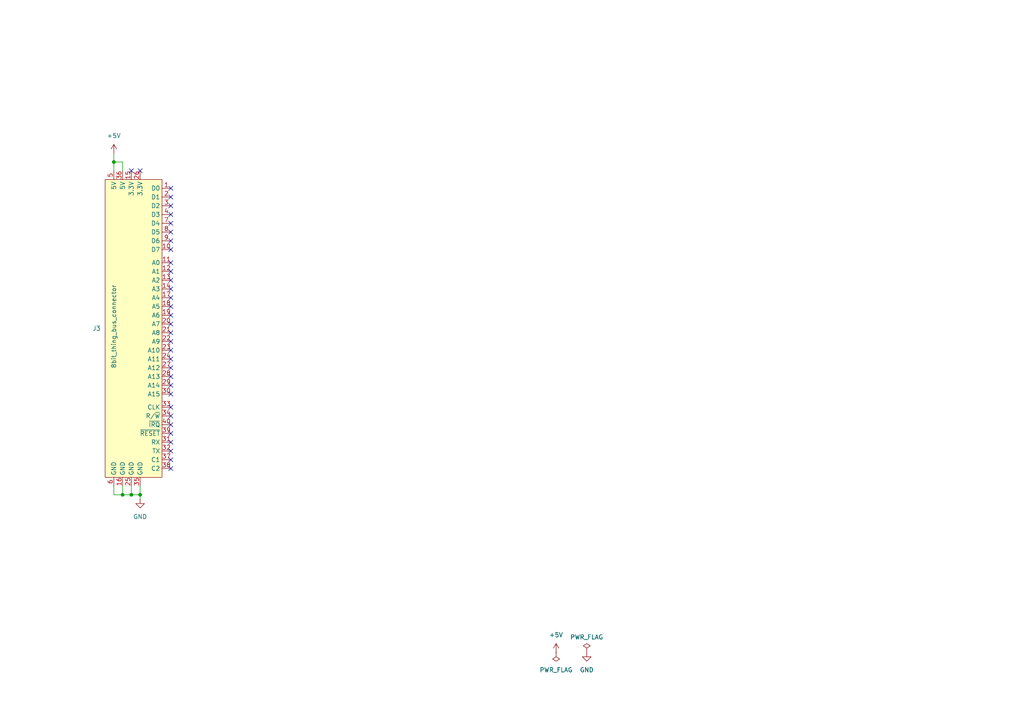
<source format=kicad_sch>
(kicad_sch (version 20250114) (generator "eeschema") (generator_version "9.0")
  (paper "A4")
  (title_block (rev "1"))
  (lib_symbols
    (symbol "+5V_1" (power) (pin_numbers (hide yes)) (pin_names (offset 0) (hide yes))
      (property "Value" "+5V" (at 0 3.556 0))
      (symbol "+5V_1_0_1"
        (polyline (pts (xy -0.762 1.27) (xy 0 2.54)))
        (polyline (pts (xy 0 2.54) (xy 0.762 1.27)))
        (polyline (pts (xy 0 0) (xy 0 2.54)))
      )
      (symbol "+5V_1_1_1"
        (pin power_in line (at 0 0 90) (length 0) (name "~") (number "1"))
      )
    )
    (symbol "GND_1" (power) (pin_numbers (hide yes)) (pin_names (offset 0) (hide yes))
      (property "Value" "GND" (at 0 -3.81 0))
      (symbol "GND_1_0_1"
        (polyline (pts (xy 0 0) (xy 0 -1.27) (xy 1.27 -1.27) (xy 0 -2.54) (xy -1.27 -1.27) (xy 0 -1.27)))
      )
      (symbol "GND_1_1_1"
        (pin power_in line (at 0 0 270) (length 0) (name "~") (number "1"))
      )
    )
    (symbol "own_symbols:8bit_thing_bus_connector"
      (property "Reference" "J" (at 3.81 48.26 0))
      (property "Value" "8bit_thing_bus_connector" (at 15.24 50.8 0))
      (symbol "8bit_thing_bus_connector_0_0"
        (pin bidirectional line (at 10.16 19.05 180) (length 2.54) (name "A0") (number "11"))
        (pin bidirectional line (at 10.16 3.81 180) (length 2.54) (name "A6") (number "19"))
        (pin bidirectional line (at 10.16 -19.05 180) (length 2.54) (name "A15") (number "30"))
        (pin bidirectional line (at 10.16 -22.86 180) (length 2.54) (name "CLK") (number "33"))
        (pin bidirectional line (at 10.16 -25.4 180) (length 2.54) (name "R/~{W}") (number "34"))
        (pin bidirectional line (at 10.16 -27.94 180) (length 2.54) (name "~{IRQ}") (number "40"))
        (pin bidirectional line (at 10.16 -30.48 180) (length 2.54) (name "~{RESET}") (number "39"))
        (pin bidirectional line (at 10.16 -33.02 180) (length 2.54) (name "RX") (number "31"))
        (pin bidirectional line (at 10.16 -35.56 180) (length 2.54) (name "TX") (number "32"))
        (pin bidirectional line (at 10.16 -38.1 180) (length 2.54) (name "C1") (number "37"))
        (pin bidirectional line (at 10.16 -40.64 180) (length 2.54) (name "C2") (number "38"))
      )
      (symbol "8bit_thing_bus_connector_0_1"
        (rectangle (start -8.89 43.18) (end 7.62 -43.18) (fill (type background)))
      )
      (symbol "8bit_thing_bus_connector_1_1"
        (pin power_in line (at -6.35 45.72 270) (length 2.54) (name "5V") (number "5"))
        (pin power_in line (at -6.35 -45.72 90) (length 2.54) (name "GND") (number "6"))
        (pin power_in line (at -3.81 45.72 270) (length 2.54) (name "5V") (number "36"))
        (pin power_in line (at -3.81 -45.72 90) (length 2.54) (name "GND") (number "16"))
        (pin power_in line (at -1.27 45.72 270) (length 2.54) (name "3.3V") (number "15"))
        (pin power_in line (at -1.27 -45.72 90) (length 2.54) (name "GND") (number "25"))
        (pin power_in line (at 1.27 45.72 270) (length 2.54) (name "3.3V") (number "26"))
        (pin power_in line (at 1.27 -45.72 90) (length 2.54) (name "GND") (number "35"))
        (pin bidirectional line (at 10.16 40.64 180) (length 2.54) (name "D0") (number "1"))
        (pin bidirectional line (at 10.16 38.1 180) (length 2.54) (name "D1") (number "2"))
        (pin bidirectional line (at 10.16 35.56 180) (length 2.54) (name "D2") (number "3"))
        (pin bidirectional line (at 10.16 33.02 180) (length 2.54) (name "D3") (number "4"))
        (pin bidirectional line (at 10.16 30.48 180) (length 2.54) (name "D4") (number "7"))
        (pin bidirectional line (at 10.16 27.94 180) (length 2.54) (name "D5") (number "8"))
        (pin bidirectional line (at 10.16 25.4 180) (length 2.54) (name "D6") (number "9"))
        (pin bidirectional line (at 10.16 22.86 180) (length 2.54) (name "D7") (number "10"))
        (pin bidirectional line (at 10.16 16.51 180) (length 2.54) (name "A1") (number "12"))
        (pin bidirectional line (at 10.16 13.97 180) (length 2.54) (name "A2") (number "13"))
        (pin bidirectional line (at 10.16 11.43 180) (length 2.54) (name "A3") (number "14"))
        (pin bidirectional line (at 10.16 8.89 180) (length 2.54) (name "A4") (number "17"))
        (pin bidirectional line (at 10.16 6.35 180) (length 2.54) (name "A5") (number "18"))
        (pin bidirectional line (at 10.16 1.27 180) (length 2.54) (name "A7") (number "20"))
        (pin bidirectional line (at 10.16 -1.27 180) (length 2.54) (name "A8") (number "21"))
        (pin bidirectional line (at 10.16 -3.81 180) (length 2.54) (name "A9") (number "22"))
        (pin bidirectional line (at 10.16 -6.35 180) (length 2.54) (name "A10") (number "23"))
        (pin bidirectional line (at 10.16 -8.89 180) (length 2.54) (name "A11") (number "24"))
        (pin bidirectional line (at 10.16 -11.43 180) (length 2.54) (name "A12") (number "27"))
        (pin bidirectional line (at 10.16 -13.97 180) (length 2.54) (name "A13") (number "28"))
        (pin bidirectional line (at 10.16 -16.51 180) (length 2.54) (name "A14") (number "29"))
      )
    )
    (symbol "power:+5V" (power) (pin_numbers (hide yes)) (pin_names (offset 0) (hide yes))
      (property "Value" "+5V" (at 0 3.556 0))
      (symbol "+5V_0_1"
        (polyline (pts (xy -0.762 1.27) (xy 0 2.54)))
        (polyline (pts (xy 0 2.54) (xy 0.762 1.27)))
        (polyline (pts (xy 0 0) (xy 0 2.54)))
      )
      (symbol "+5V_1_1"
        (pin power_in line (at 0 0 90) (length 0) (name "~") (number "1"))
      )
    )
    (symbol "power:GND" (power) (pin_numbers (hide yes)) (pin_names (offset 0) (hide yes))
      (property "Value" "GND" (at 0 -3.81 0))
      (symbol "GND_0_1"
        (polyline (pts (xy 0 0) (xy 0 -1.27) (xy 1.27 -1.27) (xy 0 -2.54) (xy -1.27 -1.27) (xy 0 -1.27)))
      )
      (symbol "GND_1_1"
        (pin power_in line (at 0 0 270) (length 0) (name "~") (number "1"))
      )
    )
    (symbol "power:PWR_FLAG" (power) (pin_numbers (hide yes)) (pin_names (offset 0) (hide yes))
      (property "Value" "PWR_FLAG" (at 0 3.81 0))
      (symbol "PWR_FLAG_0_0"
        (pin power_out line (at 0 0 90) (length 0) (name "~") (number "1"))
      )
      (symbol "PWR_FLAG_0_1"
        (polyline (pts (xy 0 0) (xy 0 1.27) (xy -1.016 1.905) (xy 0 2.54) (xy 1.016 1.905) (xy 0 1.27)))
      )
    )
  )
  (junction (at 33.02 46.99))
  (junction (at 40.64 143.51))
  (junction (at 38.1 143.51))
  (junction (at 35.56 143.51))
  (no_connect (at 49.53 125.73))
  (no_connect (at 49.53 81.28))
  (no_connect (at 49.53 128.27))
  (no_connect (at 49.53 130.81))
  (no_connect (at 49.53 104.14))
  (no_connect (at 49.53 59.69))
  (no_connect (at 49.53 101.6))
  (no_connect (at 49.53 78.74))
  (no_connect (at 49.53 123.19))
  (no_connect (at 49.53 88.9))
  (no_connect (at 49.53 96.52))
  (no_connect (at 49.53 83.82))
  (no_connect (at 49.53 54.61))
  (no_connect (at 49.53 93.98))
  (no_connect (at 49.53 76.2))
  (no_connect (at 38.1 49.53))
  (no_connect (at 49.53 62.23))
  (no_connect (at 49.53 72.39))
  (no_connect (at 49.53 120.65))
  (no_connect (at 49.53 111.76))
  (no_connect (at 49.53 133.35))
  (no_connect (at 49.53 109.22))
  (no_connect (at 49.53 69.85))
  (no_connect (at 40.64 49.53))
  (no_connect (at 49.53 64.77))
  (no_connect (at 49.53 67.31))
  (no_connect (at 49.53 86.36))
  (no_connect (at 49.53 118.11))
  (no_connect (at 49.53 135.89))
  (no_connect (at 49.53 57.15))
  (no_connect (at 49.53 106.68))
  (no_connect (at 49.53 91.44))
  (no_connect (at 49.53 99.06))
  (no_connect (at 49.53 114.3))
  (wire (pts (xy 38.1 140.97) (xy 38.1 143.51)))
  (wire (pts (xy 33.02 143.51) (xy 35.56 143.51)))
  (wire (pts (xy 35.56 46.99) (xy 35.56 49.53)))
  (wire (pts (xy 35.56 140.97) (xy 35.56 143.51)))
  (wire (pts (xy 40.64 144.78) (xy 40.64 143.51)))
  (wire (pts (xy 35.56 143.51) (xy 38.1 143.51)))
  (wire (pts (xy 33.02 46.99) (xy 35.56 46.99)))
  (wire (pts (xy 33.02 46.99) (xy 33.02 49.53)))
  (wire (pts (xy 33.02 44.45) (xy 33.02 46.99)))
  (wire (pts (xy 38.1 143.51) (xy 40.64 143.51)))
  (wire (pts (xy 33.02 140.97) (xy 33.02 143.51)))
  (wire (pts (xy 40.64 140.97) (xy 40.64 143.51)))
  (symbol (lib_name "GND_1") (lib_id "power:GND") (at 40.64 144.78 0) (unit 1)
    (property "Reference" "#PWR017" (effects (hide yes)))
    (property "Value" "GND" (at 40.64 149.86 0))
    (property "Description" "Power symbol creates a global label with name \"GND\" , ground" (effects (hide yes)))
  )
  (symbol (lib_id "power:PWR_FLAG") (at 170.18 189.23 0) (unit 1)
    (property "Reference" "#FLG01" (effects (hide yes)))
    (property "Value" "PWR_FLAG" (at 170.18 184.785 0))
    (property "Description" "Special symbol for telling ERC where power comes from" (effects (hide yes)))
  )
  (symbol (lib_id "own_symbols:8bit_thing_bus_connector") (at 39.37 95.25 0) (unit 1)
    (property "Reference" "J3" (at 29.21 95.25 0) (effects (justify right)))
    (property "Value" "8bit_thing_bus_connector" (at 33.02 82.55 90) (effects (justify right)))
    (property "Footprint" "Connector_IDC:IDC-Header_2x20_P2.54mm_Horizontal" (effects (hide yes)))
  )
  (symbol (lib_id "power:GND") (at 170.18 189.23 0) (unit 1)
    (property "Reference" "#PWR021" (effects (hide yes)))
    (property "Value" "GND" (at 170.18 194.31 0))
    (property "Description" "Power symbol creates a global label with name \"GND\" , ground" (effects (hide yes)))
  )
  (symbol (lib_id "power:+5V") (at 161.29 189.23 0) (unit 1)
    (property "Reference" "#PWR022" (effects (hide yes)))
    (property "Value" "+5V" (at 161.29 184.15 0))
    (property "Description" "Power symbol creates a global label with name \"+5V\"" (effects (hide yes)))
  )
  (symbol (lib_name "+5V_1") (lib_id "power:+5V") (at 33.02 44.45 0) (unit 1)
    (property "Reference" "#PWR03" (effects (hide yes)))
    (property "Value" "+5V" (at 33.02 39.37 0))
    (property "Description" "Power symbol creates a global label with name \"+5V\"" (effects (hide yes)))
  )
  (symbol (lib_id "power:PWR_FLAG") (at 161.29 189.23 180) (unit 1)
    (property "Reference" "#FLG02" (effects (hide yes)))
    (property "Value" "PWR_FLAG" (at 161.29 194.31 0))
    (property "Description" "Special symbol for telling ERC where power comes from" (effects (hide yes)))
  )
)
</source>
